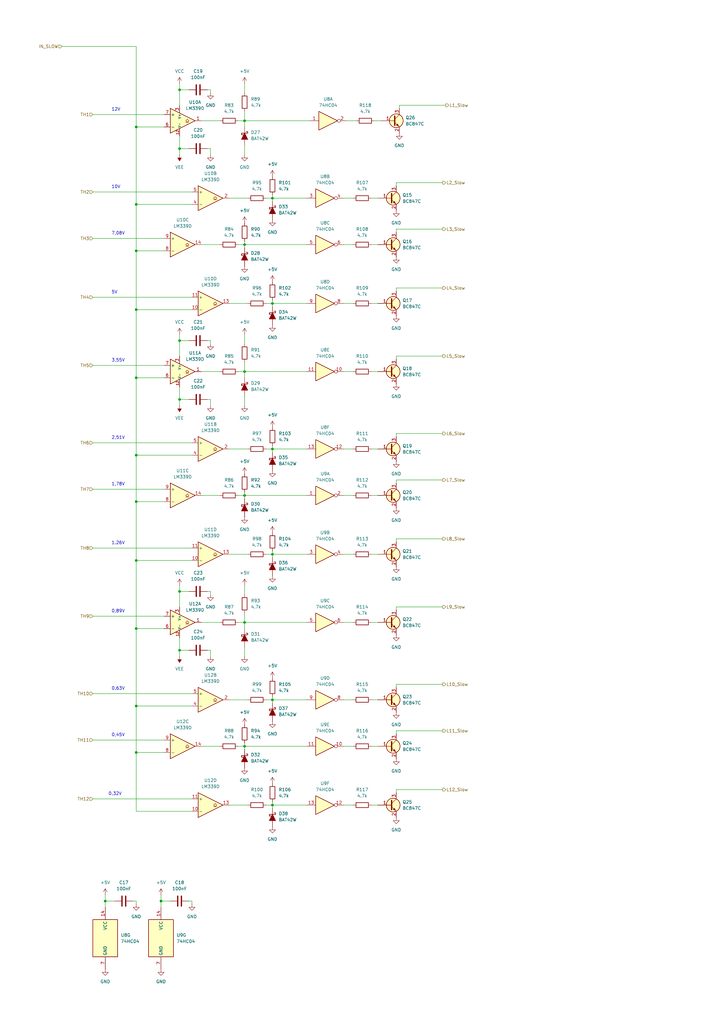
<source format=kicad_sch>
(kicad_sch (version 20211123) (generator eeschema)
  (paper "A3" portrait)
  (junction (at 55.88 186.69))
  (junction (at 73.66 163.83))
  (junction (at 73.66 36.83))
  (junction (at 100.33 306.07))
  (junction (at 55.88 257.81))
  (junction (at 73.66 242.57))
  (junction (at 55.88 154.94))
  (junction (at 55.88 52.07))
  (junction (at 73.66 60.96))
  (junction (at 111.76 287.02))
  (junction (at 100.33 203.2))
  (junction (at 100.33 100.33))
  (junction (at 100.33 255.27))
  (junction (at 73.66 266.7))
  (junction (at 111.76 81.28))
  (junction (at 66.04 369.57))
  (junction (at 43.18 369.57))
  (junction (at 111.76 184.15))
  (junction (at 55.88 308.61))
  (junction (at 55.88 102.87))
  (junction (at 111.76 227.33))
  (junction (at 55.88 289.56))
  (junction (at 55.88 127))
  (junction (at 111.76 124.46))
  (junction (at 55.88 229.87))
  (junction (at 100.33 49.53))
  (junction (at 100.33 152.4))
  (junction (at 55.88 205.74))
  (junction (at 111.76 330.2))
  (junction (at 73.66 139.7))
  (junction (at 55.88 83.82))
  (wire (pts (xy 77.47 242.57) (xy 73.66 242.57)))
  (wire (pts (xy 109.22 227.33) (xy 111.76 227.33)))
  (wire (pts (xy 38.1 78.74) (xy 78.74 78.74)))
  (wire (pts (xy 86.36 242.57) (xy 85.09 242.57)))
  (wire (pts (xy 152.4 81.28) (xy 154.94 81.28)))
  (wire (pts (xy 86.36 139.7) (xy 85.09 139.7)))
  (wire (pts (xy 111.76 124.46) (xy 125.73 124.46)))
  (wire (pts (xy 73.66 242.57) (xy 73.66 248.92)))
  (wire (pts (xy 73.66 240.03) (xy 73.66 242.57)))
  (wire (pts (xy 55.88 289.56) (xy 78.74 289.56)))
  (wire (pts (xy 38.1 121.92) (xy 78.74 121.92)))
  (wire (pts (xy 55.88 102.87) (xy 67.31 102.87)))
  (wire (pts (xy 55.88 83.82) (xy 78.74 83.82)))
  (wire (pts (xy 100.33 52.07) (xy 100.33 49.53)))
  (wire (pts (xy 162.56 299.72) (xy 162.56 300.99)))
  (wire (pts (xy 55.88 186.69) (xy 55.88 205.74)))
  (wire (pts (xy 140.97 184.15) (xy 144.78 184.15)))
  (wire (pts (xy 140.97 330.2) (xy 144.78 330.2)))
  (wire (pts (xy 162.56 248.92) (xy 181.61 248.92)))
  (wire (pts (xy 111.76 81.28) (xy 111.76 82.55)))
  (wire (pts (xy 55.88 127) (xy 78.74 127)))
  (wire (pts (xy 162.56 323.85) (xy 162.56 325.12)))
  (wire (pts (xy 55.88 83.82) (xy 55.88 102.87)))
  (wire (pts (xy 78.74 369.57) (xy 77.47 369.57)))
  (wire (pts (xy 55.88 52.07) (xy 55.88 19.05)))
  (wire (pts (xy 162.56 93.98) (xy 162.56 95.25)))
  (wire (pts (xy 111.76 287.02) (xy 125.73 287.02)))
  (wire (pts (xy 38.1 200.66) (xy 67.31 200.66)))
  (wire (pts (xy 100.33 255.27) (xy 97.79 255.27)))
  (wire (pts (xy 100.33 240.03) (xy 100.33 243.84)))
  (wire (pts (xy 38.1 181.61) (xy 78.74 181.61)))
  (wire (pts (xy 77.47 60.96) (xy 73.66 60.96)))
  (wire (pts (xy 100.33 265.43) (xy 100.33 269.24)))
  (wire (pts (xy 140.97 152.4) (xy 144.78 152.4)))
  (wire (pts (xy 100.33 257.81) (xy 100.33 255.27)))
  (wire (pts (xy 86.36 242.57) (xy 86.36 243.84)))
  (wire (pts (xy 152.4 255.27) (xy 154.94 255.27)))
  (wire (pts (xy 111.76 287.02) (xy 111.76 288.29)))
  (wire (pts (xy 140.97 287.02) (xy 144.78 287.02)))
  (wire (pts (xy 86.36 266.7) (xy 85.09 266.7)))
  (wire (pts (xy 66.04 367.03) (xy 66.04 369.57)))
  (wire (pts (xy 100.33 99.06) (xy 100.33 100.33)))
  (wire (pts (xy 109.22 81.28) (xy 111.76 81.28)))
  (wire (pts (xy 109.22 330.2) (xy 111.76 330.2)))
  (wire (pts (xy 100.33 152.4) (xy 97.79 152.4)))
  (wire (pts (xy 55.88 154.94) (xy 55.88 186.69)))
  (wire (pts (xy 82.55 203.2) (xy 90.17 203.2)))
  (wire (pts (xy 162.56 74.93) (xy 162.56 76.2)))
  (wire (pts (xy 86.36 163.83) (xy 85.09 163.83)))
  (wire (pts (xy 111.76 227.33) (xy 125.73 227.33)))
  (wire (pts (xy 100.33 137.16) (xy 100.33 140.97)))
  (wire (pts (xy 55.88 369.57) (xy 55.88 370.84)))
  (wire (pts (xy 97.79 203.2) (xy 100.33 203.2)))
  (wire (pts (xy 100.33 251.46) (xy 100.33 255.27)))
  (wire (pts (xy 140.97 81.28) (xy 144.78 81.28)))
  (wire (pts (xy 73.66 34.29) (xy 73.66 36.83)))
  (wire (pts (xy 97.79 306.07) (xy 100.33 306.07)))
  (wire (pts (xy 162.56 118.11) (xy 162.56 119.38)))
  (wire (pts (xy 38.1 149.86) (xy 67.31 149.86)))
  (wire (pts (xy 152.4 306.07) (xy 154.94 306.07)))
  (wire (pts (xy 38.1 224.79) (xy 78.74 224.79)))
  (wire (pts (xy 93.98 124.46) (xy 101.6 124.46)))
  (wire (pts (xy 152.4 330.2) (xy 154.94 330.2)))
  (wire (pts (xy 69.85 369.57) (xy 66.04 369.57)))
  (wire (pts (xy 77.47 139.7) (xy 73.66 139.7)))
  (wire (pts (xy 86.36 36.83) (xy 85.09 36.83)))
  (wire (pts (xy 152.4 100.33) (xy 154.94 100.33)))
  (wire (pts (xy 111.76 184.15) (xy 125.73 184.15)))
  (wire (pts (xy 100.33 148.59) (xy 100.33 152.4)))
  (wire (pts (xy 100.33 162.56) (xy 100.33 166.37)))
  (wire (pts (xy 78.74 369.57) (xy 78.74 370.84)))
  (wire (pts (xy 66.04 369.57) (xy 66.04 372.11)))
  (wire (pts (xy 162.56 299.72) (xy 181.61 299.72)))
  (wire (pts (xy 111.76 124.46) (xy 111.76 125.73)))
  (wire (pts (xy 140.97 255.27) (xy 144.78 255.27)))
  (wire (pts (xy 111.76 285.75) (xy 111.76 287.02)))
  (wire (pts (xy 111.76 330.2) (xy 111.76 331.47)))
  (wire (pts (xy 111.76 123.19) (xy 111.76 124.46)))
  (wire (pts (xy 55.88 257.81) (xy 55.88 289.56)))
  (wire (pts (xy 162.56 118.11) (xy 181.61 118.11)))
  (wire (pts (xy 100.33 152.4) (xy 125.73 152.4)))
  (wire (pts (xy 93.98 330.2) (xy 101.6 330.2)))
  (wire (pts (xy 55.88 257.81) (xy 67.31 257.81)))
  (wire (pts (xy 55.88 127) (xy 55.88 154.94)))
  (wire (pts (xy 163.83 43.18) (xy 182.88 43.18)))
  (wire (pts (xy 38.1 97.79) (xy 67.31 97.79)))
  (wire (pts (xy 38.1 46.99) (xy 67.31 46.99)))
  (wire (pts (xy 111.76 330.2) (xy 125.73 330.2)))
  (wire (pts (xy 162.56 280.67) (xy 162.56 281.94)))
  (wire (pts (xy 38.1 327.66) (xy 78.74 327.66)))
  (wire (pts (xy 55.88 186.69) (xy 78.74 186.69)))
  (wire (pts (xy 140.97 227.33) (xy 144.78 227.33)))
  (wire (pts (xy 86.36 269.24) (xy 86.36 266.7)))
  (wire (pts (xy 86.36 139.7) (xy 86.36 140.97)))
  (wire (pts (xy 142.24 49.53) (xy 146.05 49.53)))
  (wire (pts (xy 73.66 266.7) (xy 73.66 269.24)))
  (wire (pts (xy 152.4 124.46) (xy 154.94 124.46)))
  (wire (pts (xy 82.55 100.33) (xy 90.17 100.33)))
  (wire (pts (xy 73.66 60.96) (xy 73.66 55.88)))
  (wire (pts (xy 100.33 59.69) (xy 100.33 63.5)))
  (wire (pts (xy 55.88 369.57) (xy 54.61 369.57)))
  (wire (pts (xy 100.33 100.33) (xy 100.33 101.6)))
  (wire (pts (xy 100.33 45.72) (xy 100.33 49.53)))
  (wire (pts (xy 109.22 287.02) (xy 111.76 287.02)))
  (wire (pts (xy 86.36 63.5) (xy 86.36 60.96)))
  (wire (pts (xy 93.98 287.02) (xy 101.6 287.02)))
  (wire (pts (xy 111.76 226.06) (xy 111.76 227.33)))
  (wire (pts (xy 100.33 100.33) (xy 125.73 100.33)))
  (wire (pts (xy 162.56 248.92) (xy 162.56 250.19)))
  (wire (pts (xy 163.83 43.18) (xy 163.83 44.45)))
  (wire (pts (xy 100.33 203.2) (xy 125.73 203.2)))
  (wire (pts (xy 38.1 303.53) (xy 67.31 303.53)))
  (wire (pts (xy 100.33 306.07) (xy 125.73 306.07)))
  (wire (pts (xy 82.55 306.07) (xy 90.17 306.07)))
  (wire (pts (xy 77.47 36.83) (xy 73.66 36.83)))
  (wire (pts (xy 111.76 81.28) (xy 125.73 81.28)))
  (wire (pts (xy 162.56 177.8) (xy 181.61 177.8)))
  (wire (pts (xy 109.22 124.46) (xy 111.76 124.46)))
  (wire (pts (xy 67.31 52.07) (xy 55.88 52.07)))
  (wire (pts (xy 152.4 152.4) (xy 154.94 152.4)))
  (wire (pts (xy 43.18 369.57) (xy 43.18 372.11)))
  (wire (pts (xy 100.33 203.2) (xy 100.33 204.47)))
  (wire (pts (xy 111.76 184.15) (xy 111.76 185.42)))
  (wire (pts (xy 111.76 328.93) (xy 111.76 330.2)))
  (wire (pts (xy 140.97 306.07) (xy 144.78 306.07)))
  (wire (pts (xy 86.36 166.37) (xy 86.36 163.83)))
  (wire (pts (xy 73.66 60.96) (xy 73.66 63.5)))
  (wire (pts (xy 162.56 196.85) (xy 162.56 198.12)))
  (wire (pts (xy 100.33 304.8) (xy 100.33 306.07)))
  (wire (pts (xy 93.98 184.15) (xy 101.6 184.15)))
  (wire (pts (xy 55.88 205.74) (xy 55.88 229.87)))
  (wire (pts (xy 152.4 287.02) (xy 154.94 287.02)))
  (wire (pts (xy 38.1 284.48) (xy 78.74 284.48)))
  (wire (pts (xy 55.88 154.94) (xy 67.31 154.94)))
  (wire (pts (xy 82.55 49.53) (xy 90.17 49.53)))
  (wire (pts (xy 162.56 280.67) (xy 181.61 280.67)))
  (wire (pts (xy 153.67 49.53) (xy 156.21 49.53)))
  (wire (pts (xy 73.66 266.7) (xy 73.66 261.62)))
  (wire (pts (xy 162.56 93.98) (xy 181.61 93.98)))
  (wire (pts (xy 162.56 146.05) (xy 162.56 147.32)))
  (wire (pts (xy 55.88 52.07) (xy 55.88 83.82)))
  (wire (pts (xy 109.22 184.15) (xy 111.76 184.15)))
  (wire (pts (xy 93.98 81.28) (xy 101.6 81.28)))
  (wire (pts (xy 162.56 177.8) (xy 162.56 179.07)))
  (wire (pts (xy 140.97 203.2) (xy 144.78 203.2)))
  (wire (pts (xy 55.88 332.74) (xy 78.74 332.74)))
  (wire (pts (xy 162.56 220.98) (xy 162.56 222.25)))
  (wire (pts (xy 162.56 146.05) (xy 181.61 146.05)))
  (wire (pts (xy 73.66 137.16) (xy 73.66 139.7)))
  (wire (pts (xy 100.33 34.29) (xy 100.33 38.1)))
  (wire (pts (xy 73.66 36.83) (xy 73.66 43.18)))
  (wire (pts (xy 111.76 182.88) (xy 111.76 184.15)))
  (wire (pts (xy 152.4 203.2) (xy 154.94 203.2)))
  (wire (pts (xy 97.79 100.33) (xy 100.33 100.33)))
  (wire (pts (xy 55.88 308.61) (xy 67.31 308.61)))
  (wire (pts (xy 100.33 255.27) (xy 125.73 255.27)))
  (wire (pts (xy 55.88 289.56) (xy 55.88 308.61)))
  (wire (pts (xy 162.56 196.85) (xy 181.61 196.85)))
  (wire (pts (xy 100.33 201.93) (xy 100.33 203.2)))
  (wire (pts (xy 55.88 205.74) (xy 67.31 205.74)))
  (wire (pts (xy 93.98 227.33) (xy 101.6 227.33)))
  (wire (pts (xy 77.47 163.83) (xy 73.66 163.83)))
  (wire (pts (xy 152.4 227.33) (xy 154.94 227.33)))
  (wire (pts (xy 73.66 163.83) (xy 73.66 158.75)))
  (wire (pts (xy 25.4 19.05) (xy 55.88 19.05)))
  (wire (pts (xy 38.1 252.73) (xy 67.31 252.73)))
  (wire (pts (xy 152.4 184.15) (xy 154.94 184.15)))
  (wire (pts (xy 55.88 102.87) (xy 55.88 127)))
  (wire (pts (xy 82.55 255.27) (xy 90.17 255.27)))
  (wire (pts (xy 86.36 36.83) (xy 86.36 38.1)))
  (wire (pts (xy 86.36 60.96) (xy 85.09 60.96)))
  (wire (pts (xy 140.97 124.46) (xy 144.78 124.46)))
  (wire (pts (xy 82.55 152.4) (xy 90.17 152.4)))
  (wire (pts (xy 43.18 367.03) (xy 43.18 369.57)))
  (wire (pts (xy 55.88 229.87) (xy 78.74 229.87)))
  (wire (pts (xy 100.33 154.94) (xy 100.33 152.4)))
  (wire (pts (xy 111.76 227.33) (xy 111.76 228.6)))
  (wire (pts (xy 162.56 323.85) (xy 181.61 323.85)))
  (wire (pts (xy 55.88 308.61) (xy 55.88 332.74)))
  (wire (pts (xy 100.33 49.53) (xy 127 49.53)))
  (wire (pts (xy 73.66 163.83) (xy 73.66 166.37)))
  (wire (pts (xy 111.76 80.01) (xy 111.76 81.28)))
  (wire (pts (xy 100.33 306.07) (xy 100.33 307.34)))
  (wire (pts (xy 100.33 49.53) (xy 97.79 49.53)))
  (wire (pts (xy 140.97 100.33) (xy 144.78 100.33)))
  (wire (pts (xy 73.66 139.7) (xy 73.66 146.05)))
  (wire (pts (xy 46.99 369.57) (xy 43.18 369.57)))
  (wire (pts (xy 77.47 266.7) (xy 73.66 266.7)))
  (wire (pts (xy 162.56 220.98) (xy 181.61 220.98)))
  (wire (pts (xy 55.88 229.87) (xy 55.88 257.81)))
  (wire (pts (xy 162.56 74.93) (xy 181.61 74.93)))
  (text "5V" (at 45.72 120.65 0) (effects (font (size 1.27 1.27)) (justify left bottom)))
  (text "3,55V" (at 45.72 148.59 0) (effects (font (size 1.27 1.27)) (justify left bottom)))
  (text "0,45V" (at 45.72 302.26 0) (effects (font (size 1.27 1.27)) (justify left bottom)))
  (text "2,51V" (at 45.72 180.34 0) (effects (font (size 1.27 1.27)) (justify left bottom)))
  (text "7,08V" (at 45.72 96.52 0) (effects (font (size 1.27 1.27)) (justify left bottom)))
  (text "1.26V" (at 45.72 223.52 0) (effects (font (size 1.27 1.27)) (justify left bottom)))
  (text "1,78V" (at 45.72 199.39 0) (effects (font (size 1.27 1.27)) (justify left bottom)))
  (text "0,32V" (at 44.45 326.39 0) (effects (font (size 1.27 1.27)) (justify left bottom)))
  (text "0,63V" (at 45.72 283.21 0) (effects (font (size 1.27 1.27)) (justify left bottom)))
  (text "0,89V" (at 45.72 251.46 0) (effects (font (size 1.27 1.27)) (justify left bottom)))
  (text "12V" (at 45.72 45.72 0) (effects (font (size 1.27 1.27)) (justify left bottom)))
  (text "10V" (at 45.72 77.47 0) (effects (font (size 1.27 1.27)) (justify left bottom)))
  (hierarchical_label "TH9" (shape input) (at 38.1 252.73 180))
  (hierarchical_label "L6_Slow" (shape output) (at 181.61 177.8 0))
  (hierarchical_label "TH1" (shape input) (at 38.1 46.99 180))
  (hierarchical_label "L7_Slow" (shape output) (at 181.61 196.85 0))
  (hierarchical_label "TH12" (shape input) (at 38.1 327.66 180))
  (hierarchical_label "L10_Slow" (shape output) (at 181.61 280.67 0))
  (hierarchical_label "TH3" (shape input) (at 38.1 97.79 180))
  (hierarchical_label "TH5" (shape input) (at 38.1 149.86 180))
  (hierarchical_label "TH11" (shape input) (at 38.1 303.53 180))
  (hierarchical_label "TH7" (shape input) (at 38.1 200.66 180))
  (hierarchical_label "L8_Slow" (shape output) (at 181.61 220.98 0))
  (hierarchical_label "TH4" (shape input) (at 38.1 121.92 180))
  (hierarchical_label "TH10" (shape input) (at 38.1 284.48 180))
  (hierarchical_label "L12_Slow" (shape output) (at 181.61 323.85 0))
  (hierarchical_label "TH2" (shape input) (at 38.1 78.74 180))
  (hierarchical_label "IN_SLOW" (shape input) (at 25.4 19.05 180))
  (hierarchical_label "L5_Slow" (shape output) (at 181.61 146.05 0))
  (hierarchical_label "L9_Slow" (shape output) (at 181.61 248.92 0))
  (hierarchical_label "L11_Slow" (shape output) (at 181.61 299.72 0))
  (hierarchical_label "TH6" (shape input) (at 38.1 181.61 180))
  (hierarchical_label "L3_Slow" (shape output) (at 181.61 93.98 0))
  (hierarchical_label "L2_Slow" (shape output) (at 181.61 74.93 0))
  (hierarchical_label "L4_Slow" (shape output) (at 181.61 118.11 0))
  (hierarchical_label "TH8" (shape input) (at 38.1 224.79 180))
  (hierarchical_label "L1_Slow" (shape output) (at 182.88 43.18 0))
  (symbol (lib_id "power:+5V") (at 100.33 194.31 0) (unit 1)
    (property "Reference" "#PWR0118" (effects hide))
    (property "Value" "+5V" (at 100.33 189.23 0))
  )
  (symbol (lib_id "Device:R") (at 105.41 287.02 90) (unit 1)
    (property "Reference" "R99" (at 105.41 280.67 90))
    (property "Value" "4.7k" (at 105.41 283.21 90))
    (property "Footprint" "Resistor_SMD_AKL:R_0603_1608Metric" (effects hide))
  )
  (symbol (lib_id "power:+5V") (at 100.33 240.03 0) (unit 1)
    (property "Reference" "#PWR0120" (effects hide))
    (property "Value" "+5V" (at 100.33 234.95 0))
  )
  (symbol (lib_id "4ms_Power-symbol:GND") (at 78.74 370.84 0) (unit 1)
    (property "Reference" "#PWR0105" (effects hide))
    (property "Value" "GND" (at 78.74 375.92 0))
  )
  (symbol (lib_id "Device:R") (at 148.59 287.02 270) (unit 1)
    (property "Reference" "R115" (at 148.59 280.67 90))
    (property "Value" "4.7k" (at 148.59 283.21 90))
    (property "Footprint" "Resistor_SMD_AKL:R_0603_1608Metric" (effects hide))
  )
  (symbol (lib_id "Transistor_BJT_AKL:BC847C") (at 160.02 255.27 0) (unit 1)
    (property "Reference" "Q22" (at 165.1 253.9999 0) (effects (justify left)))
    (property "Value" "BC847C" (at 165.1 256.5399 0) (effects (justify left)))
    (property "Footprint" "Package_TO_SOT_SMD_AKL:SOT-23" (effects hide))
    (property "Datasheet" "https://assets.nexperia.com/documents/data-sheet/BC847_SER.pdf" (effects hide))
  )
  (symbol (lib_id "Device:C") (at 50.8 369.57 90) (unit 1)
    (property "Reference" "C17" (at 50.8 361.95 90))
    (property "Value" "100nF" (at 50.8 364.49 90))
    (property "Footprint" "Capacitor_SMD_AKL:C_0603_1608Metric" (effects hide))
  )
  (symbol (lib_id "4ms_Power-symbol:GND") (at 86.36 38.1 0) (unit 1)
    (property "Reference" "#PWR0106" (effects hide))
    (property "Value" "GND" (at 86.36 43.18 0))
  )
  (symbol (lib_id "power:+5V") (at 111.76 115.57 0) (unit 1)
    (property "Reference" "#PWR0126" (effects hide))
    (property "Value" "+5V" (at 111.76 110.49 0))
  )
  (symbol (lib_id "power:+5V") (at 111.76 218.44 0) (unit 1)
    (property "Reference" "#PWR0130" (effects hide))
    (property "Value" "+5V" (at 111.76 213.36 0))
  )
  (symbol (lib_id "4ms_Power-symbol:GND") (at 162.56 129.54 0) (unit 1)
    (property "Reference" "#PWR0138" (effects hide))
    (property "Value" "GND" (at 162.56 134.62 0))
  )
  (symbol (lib_id "Analog_Comparator_AKL:LM339D") (at 73.66 100.33 0) (unit 3)
    (property "Reference" "U10" (at 74.93 90.17 0))
    (property "Value" "LM339D" (at 74.93 92.71 0))
    (property "Footprint" "Package_SO_AKL:SOIC-14_3.9x8.7mm_P1.27mm" (effects hide))
    (property "Datasheet" "https://www.ti.com/lit/ds/symlink/lm339.pdf?ts=1641610666276&ref_url=https%253A%252F%252Fwww.google.com%252F" (effects hide))
  )
  (symbol (lib_id "power:+5V") (at 100.33 91.44 0) (unit 1)
    (property "Reference" "#PWR0114" (effects hide))
    (property "Value" "+5V" (at 100.33 86.36 0))
  )
  (symbol (lib_id "4ms_Power-symbol:GND") (at 111.76 295.91 0) (unit 1)
    (property "Reference" "#PWR0133" (effects hide))
    (property "Value" "GND" (at 111.76 300.99 0))
  )
  (symbol (lib_id "power:VCC") (at 73.66 34.29 0) (unit 1)
    (property "Reference" "#PWR099" (effects hide))
    (property "Value" "VCC" (at 73.66 29.21 0))
  )
  (symbol (lib_id "Device:C") (at 81.28 163.83 90) (unit 1)
    (property "Reference" "C22" (at 81.28 156.21 90))
    (property "Value" "100nF" (at 81.28 158.75 90))
    (property "Footprint" "Capacitor_SMD_AKL:C_0603_1608Metric" (effects hide))
  )
  (symbol (lib_id "Device:R") (at 93.98 203.2 90) (unit 1)
    (property "Reference" "R86" (at 93.98 196.85 90))
    (property "Value" "4.7k" (at 93.98 199.39 90))
    (property "Footprint" "Resistor_SMD_AKL:R_0603_1608Metric" (effects hide))
  )
  (symbol (lib_id "4ms_Power-symbol:GND") (at 86.36 140.97 0) (unit 1)
    (property "Reference" "#PWR0108" (effects hide))
    (property "Value" "GND" (at 86.36 146.05 0))
  )
  (symbol (lib_id "Device:R") (at 148.59 152.4 270) (unit 1)
    (property "Reference" "R110" (at 148.59 146.05 90))
    (property "Value" "4.7k" (at 148.59 148.59 90))
    (property "Footprint" "Resistor_SMD_AKL:R_0603_1608Metric" (effects hide))
  )
  (symbol (lib_id "power:VCC") (at 73.66 137.16 0) (unit 1)
    (property "Reference" "#PWR0101" (effects hide))
    (property "Value" "VCC" (at 73.66 132.08 0))
  )
  (symbol (lib_id "Device:C") (at 81.28 36.83 90) (unit 1)
    (property "Reference" "C19" (at 81.28 29.21 90))
    (property "Value" "100nF" (at 81.28 31.75 90))
    (property "Footprint" "Capacitor_SMD_AKL:C_0603_1608Metric" (effects hide))
  )
  (symbol (lib_id "Transistor_BJT_AKL:BC847C") (at 160.02 184.15 0) (unit 1)
    (property "Reference" "Q19" (at 165.1 182.8799 0) (effects (justify left)))
    (property "Value" "BC847C" (at 165.1 185.4199 0) (effects (justify left)))
    (property "Footprint" "Package_TO_SOT_SMD_AKL:SOT-23" (effects hide))
    (property "Datasheet" "https://assets.nexperia.com/documents/data-sheet/BC847_SER.pdf" (effects hide))
  )
  (symbol (lib_id "74xx:74HC04") (at 133.35 255.27 0) (unit 3)
    (property "Reference" "U9" (at 133.35 246.38 0))
    (property "Value" "74HC04" (at 133.35 248.92 0))
    (property "Footprint" "Package_SO_AKL:SOIC-14_3.9x8.7mm_P1.27mm" (effects hide))
    (property "Datasheet" "https://assets.nexperia.com/documents/data-sheet/74HC_HCT04.pdf" (effects hide))
  )
  (symbol (lib_id "Device:R") (at 148.59 227.33 270) (unit 1)
    (property "Reference" "R113" (at 148.59 220.98 90))
    (property "Value" "4.7k" (at 148.59 223.52 90))
    (property "Footprint" "Resistor_SMD_AKL:R_0603_1608Metric" (effects hide))
  )
  (symbol (lib_id "Analog_Comparator_AKL:LM339D") (at 73.66 306.07 0) (unit 3)
    (property "Reference" "U12" (at 74.93 295.91 0))
    (property "Value" "LM339D" (at 74.93 298.45 0))
    (property "Footprint" "Package_SO_AKL:SOIC-14_3.9x8.7mm_P1.27mm" (effects hide))
    (property "Datasheet" "https://www.ti.com/lit/ds/symlink/lm339.pdf?ts=1641610666276&ref_url=https%253A%252F%252Fwww.google.com%252F" (effects hide))
  )
  (symbol (lib_id "Diode_Schottky_AKL:BAT42W") (at 111.76 86.36 90) (unit 1)
    (property "Reference" "D33" (at 114.3 84.7724 90) (effects (justify right)))
    (property "Value" "BAT42W" (at 114.3 87.3124 90) (effects (justify right)))
    (property "Footprint" "Diode_SMD_AKL:D_SOD-123" (effects hide))
    (property "Datasheet" "https://www.tme.eu/Document/91406120671cf75e3696882adf3c3b09/BAT42W_43W.pdf" (effects hide))
  )
  (symbol (lib_id "74xx:74HC04") (at 133.35 306.07 0) (unit 5)
    (property "Reference" "U9" (at 133.35 297.18 0))
    (property "Value" "74HC04" (at 133.35 299.72 0))
    (property "Footprint" "Package_SO_AKL:SOIC-14_3.9x8.7mm_P1.27mm" (effects hide))
    (property "Datasheet" "https://assets.nexperia.com/documents/data-sheet/74HC_HCT04.pdf" (effects hide))
  )
  (symbol (lib_id "power:VEE") (at 73.66 269.24 180) (unit 1)
    (property "Reference" "#PWR0104" (effects hide))
    (property "Value" "VEE" (at 73.66 274.32 0))
  )
  (symbol (lib_id "Device:R") (at 100.33 95.25 180) (unit 1)
    (property "Reference" "R90" (at 102.87 93.9799 0) (effects (justify right)))
    (property "Value" "4.7k" (at 102.87 96.5199 0) (effects (justify right)))
    (property "Footprint" "Resistor_SMD_AKL:R_0603_1608Metric" (effects hide))
  )
  (symbol (lib_id "Device:R") (at 105.41 184.15 90) (unit 1)
    (property "Reference" "R97" (at 105.41 177.8 90))
    (property "Value" "4.7k" (at 105.41 180.34 90))
    (property "Footprint" "Resistor_SMD_AKL:R_0603_1608Metric" (effects hide))
  )
  (symbol (lib_id "Analog_Comparator_AKL:LM339D") (at 73.66 203.2 0) (unit 3)
    (property "Reference" "U11" (at 74.93 193.04 0))
    (property "Value" "LM339D" (at 74.93 195.58 0))
    (property "Footprint" "Package_SO_AKL:SOIC-14_3.9x8.7mm_P1.27mm" (effects hide))
    (property "Datasheet" "https://www.ti.com/lit/ds/symlink/lm339.pdf?ts=1641610666276&ref_url=https%253A%252F%252Fwww.google.com%252F" (effects hide))
  )
  (symbol (lib_id "4ms_Power-symbol:GND") (at 86.36 243.84 0) (unit 1)
    (property "Reference" "#PWR0110" (effects hide))
    (property "Value" "GND" (at 86.36 248.92 0))
  )
  (symbol (lib_id "power:+5V") (at 111.76 175.26 0) (unit 1)
    (property "Reference" "#PWR0128" (effects hide))
    (property "Value" "+5V" (at 111.76 170.18 0))
  )
  (symbol (lib_id "4ms_Power-symbol:GND") (at 86.36 63.5 0) (unit 1)
    (property "Reference" "#PWR0107" (effects hide))
    (property "Value" "GND" (at 86.36 68.58 0))
  )
  (symbol (lib_id "Transistor_BJT_AKL:BC847C") (at 160.02 100.33 0) (unit 1)
    (property "Reference" "Q16" (at 165.1 99.0599 0) (effects (justify left)))
    (property "Value" "BC847C" (at 165.1 101.5999 0) (effects (justify left)))
    (property "Footprint" "Package_TO_SOT_SMD_AKL:SOT-23" (effects hide))
    (property "Datasheet" "https://assets.nexperia.com/documents/data-sheet/BC847_SER.pdf" (effects hide))
  )
  (symbol (lib_id "power:+5V") (at 100.33 297.18 0) (unit 1)
    (property "Reference" "#PWR0122" (effects hide))
    (property "Value" "+5V" (at 100.33 292.1 0))
  )
  (symbol (lib_id "power:+5V") (at 111.76 321.31 0) (unit 1)
    (property "Reference" "#PWR0134" (effects hide))
    (property "Value" "+5V" (at 111.76 316.23 0))
  )
  (symbol (lib_id "74xx:74HC04") (at 133.35 184.15 0) (unit 6)
    (property "Reference" "U8" (at 133.35 175.26 0))
    (property "Value" "74HC04" (at 133.35 177.8 0))
    (property "Footprint" "Package_SO_AKL:SOIC-14_3.9x8.7mm_P1.27mm" (effects hide))
    (property "Datasheet" "https://assets.nexperia.com/documents/data-sheet/74HC_HCT04.pdf" (effects hide))
  )
  (symbol (lib_id "power:+5V") (at 66.04 367.03 0) (unit 1)
    (property "Reference" "#PWR097" (effects hide))
    (property "Value" "+5V" (at 66.04 361.95 0))
  )
  (symbol (lib_id "4ms_Power-symbol:GND") (at 100.33 269.24 0) (unit 1)
    (property "Reference" "#PWR0121" (effects hide))
    (property "Value" "GND" (at 100.33 274.32 0))
  )
  (symbol (lib_id "4ms_Power-symbol:GND") (at 163.83 54.61 0) (unit 1)
    (property "Reference" "#PWR0147" (effects hide))
    (property "Value" "GND" (at 163.83 59.69 0))
  )
  (symbol (lib_id "Diode_Schottky_AKL:BAT42W") (at 111.76 232.41 90) (unit 1)
    (property "Reference" "D36" (at 114.3 230.8224 90) (effects (justify right)))
    (property "Value" "BAT42W" (at 114.3 233.3624 90) (effects (justify right)))
    (property "Footprint" "Diode_SMD_AKL:D_SOD-123" (effects hide))
    (property "Datasheet" "https://www.tme.eu/Document/91406120671cf75e3696882adf3c3b09/BAT42W_43W.pdf" (effects hide))
  )
  (symbol (lib_id "74xx:74HC04") (at 133.35 227.33 0) (unit 2)
    (property "Reference" "U9" (at 133.35 218.44 0))
    (property "Value" "74HC04" (at 133.35 220.98 0))
    (property "Footprint" "Package_SO_AKL:SOIC-14_3.9x8.7mm_P1.27mm" (effects hide))
    (property "Datasheet" "https://assets.nexperia.com/documents/data-sheet/74HC_HCT04.pdf" (effects hide))
  )
  (symbol (lib_id "Device:R") (at 105.41 124.46 90) (unit 1)
    (property "Reference" "R96" (at 105.41 118.11 90))
    (property "Value" "4.7k" (at 105.41 120.65 90))
    (property "Footprint" "Resistor_SMD_AKL:R_0603_1608Metric" (effects hide))
  )
  (symbol (lib_id "Device:R") (at 148.59 184.15 270) (unit 1)
    (property "Reference" "R111" (at 148.59 177.8 90))
    (property "Value" "4.7k" (at 148.59 180.34 90))
    (property "Footprint" "Resistor_SMD_AKL:R_0603_1608Metric" (effects hide))
  )
  (symbol (lib_id "Analog_Comparator_AKL:LM339D") (at 85.09 124.46 0) (unit 4)
    (property "Reference" "U10" (at 86.36 114.3 0))
    (property "Value" "LM339D" (at 86.36 116.84 0))
    (property "Footprint" "Package_SO_AKL:SOIC-14_3.9x8.7mm_P1.27mm" (effects hide))
    (property "Datasheet" "https://www.ti.com/lit/ds/symlink/lm339.pdf?ts=1641610666276&ref_url=https%253A%252F%252Fwww.google.com%252F" (effects hide))
  )
  (symbol (lib_id "Analog_Comparator_AKL:LM339D") (at 85.09 184.15 0) (unit 2)
    (property "Reference" "U11" (at 86.36 173.99 0))
    (property "Value" "LM339D" (at 86.36 176.53 0))
    (property "Footprint" "Package_SO_AKL:SOIC-14_3.9x8.7mm_P1.27mm" (effects hide))
    (property "Datasheet" "https://www.ti.com/lit/ds/symlink/lm339.pdf?ts=1641610666276&ref_url=https%253A%252F%252Fwww.google.com%252F" (effects hide))
  )
  (symbol (lib_id "Device:R") (at 148.59 255.27 270) (unit 1)
    (property "Reference" "R114" (at 148.59 248.92 90))
    (property "Value" "4.7k" (at 148.59 251.46 90))
    (property "Footprint" "Resistor_SMD_AKL:R_0603_1608Metric" (effects hide))
  )
  (symbol (lib_id "4ms_Power-symbol:GND") (at 86.36 269.24 0) (unit 1)
    (property "Reference" "#PWR0111" (effects hide))
    (property "Value" "GND" (at 86.36 274.32 0))
  )
  (symbol (lib_id "4ms_Power-symbol:GND") (at 43.18 397.51 0) (unit 1)
    (property "Reference" "#PWR095" (effects hide))
    (property "Value" "GND" (at 43.18 402.59 0))
  )
  (symbol (lib_id "Device:R") (at 111.76 119.38 180) (unit 1)
    (property "Reference" "R102" (at 114.3 118.1099 0) (effects (justify right)))
    (property "Value" "4.7k" (at 114.3 120.6499 0) (effects (justify right)))
    (property "Footprint" "Resistor_SMD_AKL:R_0603_1608Metric" (effects hide))
  )
  (symbol (lib_id "Transistor_BJT_AKL:BC847C") (at 160.02 124.46 0) (unit 1)
    (property "Reference" "Q17" (at 165.1 123.1899 0) (effects (justify left)))
    (property "Value" "BC847C" (at 165.1 125.7299 0) (effects (justify left)))
    (property "Footprint" "Package_TO_SOT_SMD_AKL:SOT-23" (effects hide))
    (property "Datasheet" "https://assets.nexperia.com/documents/data-sheet/BC847_SER.pdf" (effects hide))
  )
  (symbol (lib_id "Device:R") (at 111.76 281.94 180) (unit 1)
    (property "Reference" "R105" (at 114.3 280.6699 0) (effects (justify right)))
    (property "Value" "4.7k" (at 114.3 283.2099 0) (effects (justify right)))
    (property "Footprint" "Resistor_SMD_AKL:R_0603_1608Metric" (effects hide))
  )
  (symbol (lib_id "Device:R") (at 149.86 49.53 270) (unit 1)
    (property "Reference" "R118" (at 149.86 43.18 90))
    (property "Value" "4.7k" (at 149.86 45.72 90))
    (property "Footprint" "Resistor_SMD_AKL:R_0603_1608Metric" (effects hide))
  )
  (symbol (lib_id "Device:R") (at 93.98 152.4 90) (unit 1)
    (property "Reference" "R85" (at 93.98 146.05 90))
    (property "Value" "4.7k" (at 93.98 148.59 90))
    (property "Footprint" "Resistor_SMD_AKL:R_0603_1608Metric" (effects hide))
  )
  (symbol (lib_id "Transistor_BJT_AKL:BC847C") (at 160.02 152.4 0) (unit 1)
    (property "Reference" "Q18" (at 165.1 151.1299 0) (effects (justify left)))
    (property "Value" "BC847C" (at 165.1 153.6699 0) (effects (justify left)))
    (property "Footprint" "Package_TO_SOT_SMD_AKL:SOT-23" (effects hide))
    (property "Datasheet" "https://assets.nexperia.com/documents/data-sheet/BC847_SER.pdf" (effects hide))
  )
  (symbol (lib_id "Device:R") (at 93.98 255.27 90) (unit 1)
    (property "Reference" "R87" (at 93.98 248.92 90))
    (property "Value" "4.7k" (at 93.98 251.46 90))
    (property "Footprint" "Resistor_SMD_AKL:R_0603_1608Metric" (effects hide))
  )
  (symbol (lib_id "Diode_Schottky_AKL:BAT42W") (at 111.76 129.54 90) (unit 1)
    (property "Reference" "D34" (at 114.3 127.9524 90) (effects (justify right)))
    (property "Value" "BAT42W" (at 114.3 130.4924 90) (effects (justify right)))
    (property "Footprint" "Diode_SMD_AKL:D_SOD-123" (effects hide))
    (property "Datasheet" "https://www.tme.eu/Document/91406120671cf75e3696882adf3c3b09/BAT42W_43W.pdf" (effects hide))
  )
  (symbol (lib_id "Device:R") (at 100.33 144.78 180) (unit 1)
    (property "Reference" "R91" (at 102.87 143.5099 0) (effects (justify right)))
    (property "Value" "4.7k" (at 102.87 146.0499 0) (effects (justify right)))
    (property "Footprint" "Resistor_SMD_AKL:R_0603_1608Metric" (effects hide))
  )
  (symbol (lib_id "Device:R") (at 105.41 227.33 90) (unit 1)
    (property "Reference" "R98" (at 105.41 220.98 90))
    (property "Value" "4.7k" (at 105.41 223.52 90))
    (property "Footprint" "Resistor_SMD_AKL:R_0603_1608Metric" (effects hide))
  )
  (symbol (lib_id "4ms_Power-symbol:GND") (at 55.88 370.84 0) (unit 1)
    (property "Reference" "#PWR096" (effects hide))
    (property "Value" "GND" (at 55.88 375.92 0))
  )
  (symbol (lib_id "power:+5V") (at 43.18 367.03 0) (unit 1)
    (property "Reference" "#PWR094" (effects hide))
    (property "Value" "+5V" (at 43.18 361.95 0))
  )
  (symbol (lib_id "Analog_Comparator_AKL:LM339D") (at 85.09 227.33 0) (unit 4)
    (property "Reference" "U11" (at 86.36 217.17 0))
    (property "Value" "LM339D" (at 86.36 219.71 0))
    (property "Footprint" "Package_SO_AKL:SOIC-14_3.9x8.7mm_P1.27mm" (effects hide))
    (property "Datasheet" "https://www.ti.com/lit/ds/symlink/lm339.pdf?ts=1641610666276&ref_url=https%253A%252F%252Fwww.google.com%252F" (effects hide))
  )
  (symbol (lib_id "Device:R") (at 111.76 325.12 180) (unit 1)
    (property "Reference" "R106" (at 114.3 323.8499 0) (effects (justify right)))
    (property "Value" "4.7k" (at 114.3 326.3899 0) (effects (justify right)))
    (property "Footprint" "Resistor_SMD_AKL:R_0603_1608Metric" (effects hide))
  )
  (symbol (lib_id "Diode_Schottky_AKL:BAT42W") (at 100.33 311.15 90) (unit 1)
    (property "Reference" "D32" (at 102.87 309.5624 90) (effects (justify right)))
    (property "Value" "BAT42W" (at 102.87 312.1024 90) (effects (justify right)))
    (property "Footprint" "Diode_SMD_AKL:D_SOD-123" (effects hide))
    (property "Datasheet" "https://www.tme.eu/Document/91406120671cf75e3696882adf3c3b09/BAT42W_43W.pdf" (effects hide))
  )
  (symbol (lib_id "4ms_Power-symbol:GND") (at 162.56 335.28 0) (unit 1)
    (property "Reference" "#PWR0146" (effects hide))
    (property "Value" "GND" (at 162.56 340.36 0))
  )
  (symbol (lib_id "Device:C") (at 81.28 266.7 90) (unit 1)
    (property "Reference" "C24" (at 81.28 259.08 90))
    (property "Value" "100nF" (at 81.28 261.62 90))
    (property "Footprint" "Capacitor_SMD_AKL:C_0603_1608Metric" (effects hide))
  )
  (symbol (lib_id "Diode_Schottky_AKL:BAT42W") (at 100.33 105.41 90) (unit 1)
    (property "Reference" "D28" (at 102.87 103.8224 90) (effects (justify right)))
    (property "Value" "BAT42W" (at 102.87 106.3624 90) (effects (justify right)))
    (property "Footprint" "Diode_SMD_AKL:D_SOD-123" (effects hide))
    (property "Datasheet" "https://www.tme.eu/Document/91406120671cf75e3696882adf3c3b09/BAT42W_43W.pdf" (effects hide))
  )
  (symbol (lib_id "Diode_Schottky_AKL:BAT42W") (at 111.76 292.1 90) (unit 1)
    (property "Reference" "D37" (at 114.3 290.5124 90) (effects (justify right)))
    (property "Value" "BAT42W" (at 114.3 293.0524 90) (effects (justify right)))
    (property "Footprint" "Diode_SMD_AKL:D_SOD-123" (effects hide))
    (property "Datasheet" "https://www.tme.eu/Document/91406120671cf75e3696882adf3c3b09/BAT42W_43W.pdf" (effects hide))
  )
  (symbol (lib_id "74xx:74HC04") (at 66.04 384.81 0) (unit 7)
    (property "Reference" "U9" (at 72.39 383.5399 0) (effects (justify left)))
    (property "Value" "74HC04" (at 72.39 386.0799 0) (effects (justify left)))
    (property "Footprint" "Package_SO_AKL:SOIC-14_3.9x8.7mm_P1.27mm" (effects hide))
    (property "Datasheet" "https://assets.nexperia.com/documents/data-sheet/74HC_HCT04.pdf" (effects hide))
  )
  (symbol (lib_id "74xx:74HC04") (at 133.35 81.28 0) (unit 2)
    (property "Reference" "U8" (at 133.35 72.39 0))
    (property "Value" "74HC04" (at 133.35 74.93 0))
    (property "Footprint" "Package_SO_AKL:SOIC-14_3.9x8.7mm_P1.27mm" (effects hide))
    (property "Datasheet" "https://assets.nexperia.com/documents/data-sheet/74HC_HCT04.pdf" (effects hide))
  )
  (symbol (lib_id "4ms_Power-symbol:GND") (at 162.56 260.35 0) (unit 1)
    (property "Reference" "#PWR0143" (effects hide))
    (property "Value" "GND" (at 162.56 265.43 0))
  )
  (symbol (lib_id "Device:R") (at 148.59 330.2 270) (unit 1)
    (property "Reference" "R117" (at 148.59 323.85 90))
    (property "Value" "4.7k" (at 148.59 326.39 90))
    (property "Footprint" "Resistor_SMD_AKL:R_0603_1608Metric" (effects hide))
  )
  (symbol (lib_id "4ms_Power-symbol:GND") (at 162.56 189.23 0) (unit 1)
    (property "Reference" "#PWR0140" (effects hide))
    (property "Value" "GND" (at 162.56 194.31 0))
  )
  (symbol (lib_id "4ms_Power-symbol:GND") (at 162.56 232.41 0) (unit 1)
    (property "Reference" "#PWR0142" (effects hide))
    (property "Value" "GND" (at 162.56 237.49 0))
  )
  (symbol (lib_id "4ms_Power-symbol:GND") (at 100.33 314.96 0) (unit 1)
    (property "Reference" "#PWR0123" (effects hide))
    (property "Value" "GND" (at 100.33 320.04 0))
  )
  (symbol (lib_id "Device:R") (at 148.59 306.07 270) (unit 1)
    (property "Reference" "R116" (at 148.59 299.72 90))
    (property "Value" "4.7k" (at 148.59 302.26 90))
    (property "Footprint" "Resistor_SMD_AKL:R_0603_1608Metric" (effects hide))
  )
  (symbol (lib_id "Device:C") (at 73.66 369.57 90) (unit 1)
    (property "Reference" "C18" (at 73.66 361.95 90))
    (property "Value" "100nF" (at 73.66 364.49 90))
    (property "Footprint" "Capacitor_SMD_AKL:C_0603_1608Metric" (effects hide))
  )
  (symbol (lib_id "Device:R") (at 100.33 198.12 180) (unit 1)
    (property "Reference" "R92" (at 102.87 196.8499 0) (effects (justify right)))
    (property "Value" "4.7k" (at 102.87 199.3899 0) (effects (justify right)))
    (property "Footprint" "Resistor_SMD_AKL:R_0603_1608Metric" (effects hide))
  )
  (symbol (lib_id "4ms_Power-symbol:GND") (at 100.33 63.5 0) (unit 1)
    (property "Reference" "#PWR0113" (effects hide))
    (property "Value" "GND" (at 100.33 68.58 0))
  )
  (symbol (lib_id "4ms_Power-symbol:GND") (at 100.33 166.37 0) (unit 1)
    (property "Reference" "#PWR0117" (effects hide))
    (property "Value" "GND" (at 100.33 171.45 0))
  )
  (symbol (lib_id "Device:R") (at 148.59 203.2 270) (unit 1)
    (property "Reference" "R112" (at 148.59 196.85 90))
    (property "Value" "4.7k" (at 148.59 199.39 90))
    (property "Footprint" "Resistor_SMD_AKL:R_0603_1608Metric" (effects hide))
  )
  (symbol (lib_id "Analog_Comparator_AKL:LM339D") (at 85.09 81.28 0) (unit 2)
    (property "Reference" "U10" (at 86.36 71.12 0))
    (property "Value" "LM339D" (at 86.36 73.66 0))
    (property "Footprint" "Package_SO_AKL:SOIC-14_3.9x8.7mm_P1.27mm" (effects hide))
    (property "Datasheet" "https://www.ti.com/lit/ds/symlink/lm339.pdf?ts=1641610666276&ref_url=https%253A%252F%252Fwww.google.com%252F" (effects hide))
  )
  (symbol (lib_id "power:+5V") (at 111.76 72.39 0) (unit 1)
    (property "Reference" "#PWR0124" (effects hide))
    (property "Value" "+5V" (at 111.76 67.31 0))
  )
  (symbol (lib_id "Diode_Schottky_AKL:BAT42W") (at 111.76 189.23 90) (unit 1)
    (property "Reference" "D35" (at 114.3 187.6424 90) (effects (justify right)))
    (property "Value" "BAT42W" (at 114.3 190.1824 90) (effects (justify right)))
    (property "Footprint" "Diode_SMD_AKL:D_SOD-123" (effects hide))
    (property "Datasheet" "https://www.tme.eu/Document/91406120671cf75e3696882adf3c3b09/BAT42W_43W.pdf" (effects hide))
  )
  (symbol (lib_id "Analog_Comparator_AKL:LM339D") (at 85.09 287.02 0) (unit 2)
    (property "Reference" "U12" (at 86.36 276.86 0))
    (property "Value" "LM339D" (at 86.36 279.4 0))
    (property "Footprint" "Package_SO_AKL:SOIC-14_3.9x8.7mm_P1.27mm" (effects hide))
    (property "Datasheet" "https://www.ti.com/lit/ds/symlink/lm339.pdf?ts=1641610666276&ref_url=https%253A%252F%252Fwww.google.com%252F" (effects hide))
  )
  (symbol (lib_id "Device:R") (at 105.41 330.2 90) (unit 1)
    (property "Reference" "R100" (at 105.41 323.85 90))
    (property "Value" "4.7k" (at 105.41 326.39 90))
    (property "Footprint" "Resistor_SMD_AKL:R_0603_1608Metric" (effects hide))
  )
  (symbol (lib_id "Device:R") (at 111.76 179.07 180) (unit 1)
    (property "Reference" "R103" (at 114.3 177.7999 0) (effects (justify right)))
    (property "Value" "4.7k" (at 114.3 180.3399 0) (effects (justify right)))
    (property "Footprint" "Resistor_SMD_AKL:R_0603_1608Metric" (effects hide))
  )
  (symbol (lib_id "Analog_Comparator_AKL:LM339D") (at 85.09 330.2 0) (unit 4)
    (property "Reference" "U12" (at 86.36 320.04 0))
    (property "Value" "LM339D" (at 86.36 322.58 0))
    (property "Footprint" "Package_SO_AKL:SOIC-14_3.9x8.7mm_P1.27mm" (effects hide))
    (property "Datasheet" "https://www.ti.com/lit/ds/symlink/lm339.pdf?ts=1641610666276&ref_url=https%253A%252F%252Fwww.google.com%252F" (effects hide))
  )
  (symbol (lib_id "74xx:74HC04") (at 133.35 203.2 0) (unit 1)
    (property "Reference" "U9" (at 133.35 194.31 0))
    (property "Value" "74HC04" (at 133.35 196.85 0))
    (property "Footprint" "Package_SO_AKL:SOIC-14_3.9x8.7mm_P1.27mm" (effects hide))
    (property "Datasheet" "https://assets.nexperia.com/documents/data-sheet/74HC_HCT04.pdf" (effects hide))
  )
  (symbol (lib_id "4ms_Power-symbol:GND") (at 111.76 133.35 0) (unit 1)
    (property "Reference" "#PWR0127" (effects hide))
    (property "Value" "GND" (at 111.76 138.43 0))
  )
  (symbol (lib_id "74xx:74HC04") (at 133.35 124.46 0) (unit 4)
    (property "Reference" "U8" (at 133.35 115.57 0))
    (property "Value" "74HC04" (at 133.35 118.11 0))
    (property "Footprint" "Package_SO_AKL:SOIC-14_3.9x8.7mm_P1.27mm" (effects hide))
    (property "Datasheet" "https://assets.nexperia.com/documents/data-sheet/74HC_HCT04.pdf" (effects hide))
  )
  (symbol (lib_id "Diode_Schottky_AKL:BAT42W") (at 100.33 158.75 90) (unit 1)
    (property "Reference" "D29" (at 102.87 157.1624 90) (effects (justify right)))
    (property "Value" "BAT42W" (at 102.87 159.7024 90) (effects (justify right)))
    (property "Footprint" "Diode_SMD_AKL:D_SOD-123" (effects hide))
    (property "Datasheet" "https://www.tme.eu/Document/91406120671cf75e3696882adf3c3b09/BAT42W_43W.pdf" (effects hide))
  )
  (symbol (lib_id "Device:C") (at 81.28 242.57 90) (unit 1)
    (property "Reference" "C23" (at 81.28 234.95 90))
    (property "Value" "100nF" (at 81.28 237.49 90))
    (property "Footprint" "Capacitor_SMD_AKL:C_0603_1608Metric" (effects hide))
  )
  (symbol (lib_id "Device:R") (at 100.33 300.99 180) (unit 1)
    (property "Reference" "R94" (at 102.87 299.7199 0) (effects (justify right)))
    (property "Value" "4.7k" (at 102.87 302.2599 0) (effects (justify right)))
    (property "Footprint" "Resistor_SMD_AKL:R_0603_1608Metric" (effects hide))
  )
  (symbol (lib_id "power:VEE") (at 73.66 63.5 180) (unit 1)
    (property "Reference" "#PWR0100" (effects hide))
    (property "Value" "VEE" (at 73.66 68.58 0))
  )
  (symbol (lib_id "Transistor_BJT_AKL:BC847C") (at 160.02 227.33 0) (unit 1)
    (property "Reference" "Q21" (at 165.1 226.0599 0) (effects (justify left)))
    (property "Value" "BC847C" (at 165.1 228.5999 0) (effects (justify left)))
    (property "Footprint" "Package_TO_SOT_SMD_AKL:SOT-23" (effects hide))
    (property "Datasheet" "https://assets.nexperia.com/documents/data-sheet/BC847_SER.pdf" (effects hide))
  )
  (symbol (lib_id "4ms_Power-symbol:GND") (at 111.76 339.09 0) (unit 1)
    (property "Reference" "#PWR0135" (effects hide))
    (property "Value" "GND" (at 111.76 344.17 0))
  )
  (symbol (lib_id "Analog_Comparator_AKL:LM339D") (at 73.66 255.27 0) (unit 1)
    (property "Reference" "U12" (at 80.01 247.65 0))
    (property "Value" "LM339D" (at 80.01 250.19 0))
    (property "Footprint" "Package_SO_AKL:SOIC-14_3.9x8.7mm_P1.27mm" (effects hide))
    (property "Datasheet" "https://www.ti.com/lit/ds/symlink/lm339.pdf?ts=1641610666276&ref_url=https%253A%252F%252Fwww.google.com%252F" (effects hide))
  )
  (symbol (lib_id "4ms_Power-symbol:GND") (at 162.56 208.28 0) (unit 1)
    (property "Reference" "#PWR0141" (effects hide))
    (property "Value" "GND" (at 162.56 213.36 0))
  )
  (symbol (lib_id "Device:R") (at 100.33 247.65 180) (unit 1)
    (property "Reference" "R93" (at 102.87 246.3799 0) (effects (justify right)))
    (property "Value" "4.7k" (at 102.87 248.9199 0) (effects (justify right)))
    (property "Footprint" "Resistor_SMD_AKL:R_0603_1608Metric" (effects hide))
  )
  (symbol (lib_id "Device:C") (at 81.28 139.7 90) (unit 1)
    (property "Reference" "C21" (at 81.28 132.08 90))
    (property "Value" "100nF" (at 81.28 134.62 90))
    (property "Footprint" "Capacitor_SMD_AKL:C_0603_1608Metric" (effects hide))
  )
  (symbol (lib_id "4ms_Power-symbol:GND") (at 162.56 292.1 0) (unit 1)
    (property "Reference" "#PWR0144" (effects hide))
    (property "Value" "GND" (at 162.56 297.18 0))
  )
  (symbol (lib_id "Diode_Schottky_AKL:BAT42W") (at 100.33 55.88 90) (unit 1)
    (property "Reference" "D27" (at 102.87 54.2924 90) (effects (justify right)))
    (property "Value" "BAT42W" (at 102.87 56.8324 90) (effects (justify right)))
    (property "Footprint" "Diode_SMD_AKL:D_SOD-123" (effects hide))
    (property "Datasheet" "https://www.tme.eu/Document/91406120671cf75e3696882adf3c3b09/BAT42W_43W.pdf" (effects hide))
  )
  (symbol (lib_id "Device:R") (at 148.59 100.33 270) (unit 1)
    (property "Reference" "R108" (at 148.59 93.98 90))
    (property "Value" "4.7k" (at 148.59 96.52 90))
    (property "Footprint" "Resistor_SMD_AKL:R_0603_1608Metric" (effects hide))
  )
  (symbol (lib_id "Device:R") (at 111.76 222.25 180) (unit 1)
    (property "Reference" "R104" (at 114.3 220.9799 0) (effects (justify right)))
    (property "Value" "4.7k" (at 114.3 223.5199 0) (effects (justify right)))
    (property "Footprint" "Resistor_SMD_AKL:R_0603_1608Metric" (effects hide))
  )
  (symbol (lib_id "power:+5V") (at 100.33 34.29 0) (unit 1)
    (property "Reference" "#PWR0112" (effects hide))
    (property "Value" "+5V" (at 100.33 29.21 0))
  )
  (symbol (lib_id "power:+5V") (at 111.76 278.13 0) (unit 1)
    (property "Reference" "#PWR0132" (effects hide))
    (property "Value" "+5V" (at 111.76 273.05 0))
  )
  (symbol (lib_id "Device:C") (at 81.28 60.96 90) (unit 1)
    (property "Reference" "C20" (at 81.28 53.34 90))
    (property "Value" "100nF" (at 81.28 55.88 90))
    (property "Footprint" "Capacitor_SMD_AKL:C_0603_1608Metric" (effects hide))
  )
  (symbol (lib_id "4ms_Power-symbol:GND") (at 162.56 311.15 0) (unit 1)
    (property "Reference" "#PWR0145" (effects hide))
    (property "Value" "GND" (at 162.56 316.23 0))
  )
  (symbol (lib_id "74xx:74HC04") (at 134.62 49.53 0) (unit 1)
    (property "Reference" "U8" (at 134.62 40.64 0))
    (property "Value" "74HC04" (at 134.62 43.18 0))
    (property "Footprint" "Package_SO_AKL:SOIC-14_3.9x8.7mm_P1.27mm" (effects hide))
    (property "Datasheet" "https://assets.nexperia.com/documents/data-sheet/74HC_HCT04.pdf" (effects hide))
  )
  (symbol (lib_id "Transistor_BJT_AKL:BC847C") (at 160.02 81.28 0) (unit 1)
    (property "Reference" "Q15" (at 165.1 80.0099 0) (effects (justify left)))
    (property "Value" "BC847C" (at 165.1 82.5499 0) (effects (justify left)))
    (property "Footprint" "Package_TO_SOT_SMD_AKL:SOT-23" (effects hide))
    (property "Datasheet" "https://assets.nexperia.com/documents/data-sheet/BC847_SER.pdf" (effects hide))
  )
  (symbol (lib_id "74xx:74HC04") (at 43.18 384.81 0) (unit 7)
    (property "Reference" "U8" (at 49.53 383.5399 0) (effects (justify left)))
    (property "Value" "74HC04" (at 49.53 386.0799 0) (effects (justify left)))
    (property "Footprint" "Package_SO_AKL:SOIC-14_3.9x8.7mm_P1.27mm" (effects hide))
    (property "Datasheet" "https://assets.nexperia.com/documents/data-sheet/74HC_HCT04.pdf" (effects hide))
  )
  (symbol (lib_id "Device:R") (at 105.41 81.28 90) (unit 1)
    (property "Reference" "R95" (at 105.41 74.93 90))
    (property "Value" "4.7k" (at 105.41 77.47 90))
    (property "Footprint" "Resistor_SMD_AKL:R_0603_1608Metric" (effects hide))
  )
  (symbol (lib_id "4ms_Power-symbol:GND") (at 162.56 157.48 0) (unit 1)
    (property "Reference" "#PWR0139" (effects hide))
    (property "Value" "GND" (at 162.56 162.56 0))
  )
  (symbol (lib_id "Device:R") (at 100.33 41.91 180) (unit 1)
    (property "Reference" "R89" (at 102.87 40.6399 0) (effects (justify right)))
    (property "Value" "4.7k" (at 102.87 43.1799 0) (effects (justify right)))
    (property "Footprint" "Resistor_SMD_AKL:R_0603_1608Metric" (effects hide))
  )
  (symbol (lib_id "power:VCC") (at 73.66 240.03 0) (unit 1)
    (property "Reference" "#PWR0103" (effects hide))
    (property "Value" "VCC" (at 73.66 234.95 0))
  )
  (symbol (lib_id "Analog_Comparator_AKL:LM339D") (at 73.66 152.4 0) (unit 1)
    (property "Reference" "U11" (at 80.01 144.78 0))
    (property "Value" "LM339D" (at 80.01 147.32 0))
    (property "Footprint" "Package_SO_AKL:SOIC-14_3.9x8.7mm_P1.27mm" (effects hide))
    (property "Datasheet" "https://www.ti.com/lit/ds/symlink/lm339.pdf?ts=1641610666276&ref_url=https%253A%252F%252Fwww.google.com%252F" (effects hide))
  )
  (symbol (lib_id "Device:R") (at 93.98 49.53 90) (unit 1)
    (property "Reference" "R83" (at 93.98 43.18 90))
    (property "Value" "4.7k" (at 93.98 45.72 90))
    (property "Footprint" "Resistor_SMD_AKL:R_0603_1608Metric" (effects hide))
  )
  (symbol (lib_id "Transistor_BJT_AKL:BC847C") (at 160.02 287.02 0) (unit 1)
    (property "Reference" "Q23" (at 165.1 285.7499 0) (effects (justify left)))
    (property "Value" "BC847C" (at 165.1 288.2899 0) (effects (justify left)))
    (property "Footprint" "Package_TO_SOT_SMD_AKL:SOT-23" (effects hide))
    (property "Datasheet" "https://assets.nexperia.com/documents/data-sheet/BC847_SER.pdf" (effects hide))
  )
  (symbol (lib_id "4ms_Power-symbol:GND") (at 100.33 109.22 0) (unit 1)
    (property "Reference" "#PWR0115" (effects hide))
    (property "Value" "GND" (at 100.33 114.3 0))
  )
  (symbol (lib_id "power:VEE") (at 73.66 166.37 180) (unit 1)
    (property "Reference" "#PWR0102" (effects hide))
    (property "Value" "VEE" (at 73.66 171.45 0))
  )
  (symbol (lib_id "4ms_Power-symbol:GND") (at 162.56 105.41 0) (unit 1)
    (property "Reference" "#PWR0137" (effects hide))
    (property "Value" "GND" (at 162.56 110.49 0))
  )
  (symbol (lib_id "4ms_Power-symbol:GND") (at 86.36 166.37 0) (unit 1)
    (property "Reference" "#PWR0109" (effects hide))
    (property "Value" "GND" (at 86.36 171.45 0))
  )
  (symbol (lib_id "4ms_Power-symbol:GND") (at 66.04 397.51 0) (unit 1)
    (property "Reference" "#PWR098" (effects hide))
    (property "Value" "GND" (at 66.04 402.59 0))
  )
  (symbol (lib_id "Device:R") (at 111.76 76.2 180) (unit 1)
    (property "Reference" "R101" (at 114.3 74.9299 0) (effects (justify right)))
    (property "Value" "4.7k" (at 114.3 77.4699 0) (effects (justify right)))
    (property "Footprint" "Resistor_SMD_AKL:R_0603_1608Metric" (effects hide))
  )
  (symbol (lib_id "Diode_Schottky_AKL:BAT42W") (at 111.76 335.28 90) (unit 1)
    (property "Reference" "D38" (at 114.3 333.6924 90) (effects (justify right)))
    (property "Value" "BAT42W" (at 114.3 336.2324 90) (effects (justify right)))
    (property "Footprint" "Diode_SMD_AKL:D_SOD-123" (effects hide))
    (property "Datasheet" "https://www.tme.eu/Document/91406120671cf75e3696882adf3c3b09/BAT42W_43W.pdf" (effects hide))
  )
  (symbol (lib_id "power:+5V") (at 100.33 137.16 0) (unit 1)
    (property "Reference" "#PWR0116" (effects hide))
    (property "Value" "+5V" (at 100.33 132.08 0))
  )
  (symbol (lib_id "Transistor_BJT_AKL:BC847C") (at 160.02 203.2 0) (unit 1)
    (property "Reference" "Q20" (at 165.1 201.9299 0) (effects (justify left)))
    (property "Value" "BC847C" (at 165.1 204.4699 0) (effects (justify left)))
    (property "Footprint" "Package_TO_SOT_SMD_AKL:SOT-23" (effects hide))
    (property "Datasheet" "https://assets.nexperia.com/documents/data-sheet/BC847_SER.pdf" (effects hide))
  )
  (symbol (lib_id "Device:R") (at 148.59 124.46 270) (unit 1)
    (property "Reference" "R109" (at 148.59 118.11 90))
    (property "Value" "4.7k" (at 148.59 120.65 90))
    (property "Footprint" "Resistor_SMD_AKL:R_0603_1608Metric" (effects hide))
  )
  (symbol (lib_id "Analog_Comparator_AKL:LM339D") (at 73.66 49.53 0) (unit 1)
    (property "Reference" "U10" (at 80.01 41.91 0))
    (property "Value" "LM339D" (at 80.01 44.45 0))
    (property "Footprint" "Package_SO_AKL:SOIC-14_3.9x8.7mm_P1.27mm" (effects hide))
    (property "Datasheet" "https://www.ti.com/lit/ds/symlink/lm339.pdf?ts=1641610666276&ref_url=https%253A%252F%252Fwww.google.com%252F" (effects hide))
  )
  (symbol (lib_id "Device:R") (at 148.59 81.28 270) (unit 1)
    (property "Reference" "R107" (at 148.59 74.93 90))
    (property "Value" "4.7k" (at 148.59 77.47 90))
    (property "Footprint" "Resistor_SMD_AKL:R_0603_1608Metric" (effects hide))
  )
  (symbol (lib_id "Device:R") (at 93.98 100.33 90) (unit 1)
    (property "Reference" "R84" (at 93.98 93.98 90))
    (property "Value" "4.7k" (at 93.98 96.52 90))
    (property "Footprint" "Resistor_SMD_AKL:R_0603_1608Metric" (effects hide))
  )
  (symbol (lib_id "Diode_Schottky_AKL:BAT42W") (at 100.33 208.28 90) (unit 1)
    (property "Reference" "D30" (at 102.87 206.6924 90) (effects (justify right)))
    (property "Value" "BAT42W" (at 102.87 209.2324 90) (effects (justify right)))
    (property "Footprint" "Diode_SMD_AKL:D_SOD-123" (effects hide))
    (property "Datasheet" "https://www.tme.eu/Document/91406120671cf75e3696882adf3c3b09/BAT42W_43W.pdf" (effects hide))
  )
  (symbol (lib_id "Transistor_BJT_AKL:BC847C") (at 160.02 306.07 0) (unit 1)
    (property "Reference" "Q24" (at 165.1 304.7999 0) (effects (justify left)))
    (property "Value" "BC847C" (at 165.1 307.3399 0) (effects (justify left)))
    (property "Footprint" "Package_TO_SOT_SMD_AKL:SOT-23" (effects hide))
    (property "Datasheet" "https://assets.nexperia.com/documents/data-sheet/BC847_SER.pdf" (effects hide))
  )
  (symbol (lib_id "4ms_Power-symbol:GND") (at 111.76 236.22 0) (unit 1)
    (property "Reference" "#PWR0131" (effects hide))
    (property "Value" "GND" (at 111.76 241.3 0))
  )
  (symbol (lib_id "74xx:74HC04") (at 133.35 100.33 0) (unit 3)
    (property "Reference" "U8" (at 133.35 91.44 0))
    (property "Value" "74HC04" (at 133.35 93.98 0))
    (property "Footprint" "Package_SO_AKL:SOIC-14_3.9x8.7mm_P1.27mm" (effects hide))
    (property "Datasheet" "https://assets.nexperia.com/documents/data-sheet/74HC_HCT04.pdf" (effects hide))
  )
  (symbol (lib_id "74xx:74HC04") (at 133.35 330.2 0) (unit 6)
    (property "Reference" "U9" (at 133.35 321.31 0))
    (property "Value" "74HC04" (at 133.35 323.85 0))
    (property "Footprint" "Package_SO_AKL:SOIC-14_3.9x8.7mm_P1.27mm" (effects hide))
    (property "Datasheet" "https://assets.nexperia.com/documents/data-sheet/74HC_HCT04.pdf" (effects hide))
  )
  (symbol (lib_id "Transistor_BJT_AKL:BC847C") (at 160.02 330.2 0) (unit 1)
    (property "Reference" "Q25" (at 165.1 328.9299 0) (effects (justify left)))
    (property "Value" "BC847C" (at 165.1 331.4699 0) (effects (justify left)))
    (property "Footprint" "Package_TO_SOT_SMD_AKL:SOT-23" (effects hide))
    (property "Datasheet" "https://assets.nexperia.com/documents/data-sheet/BC847_SER.pdf" (effects hide))
  )
  (symbol (lib_id "4ms_Power-symbol:GND") (at 162.56 86.36 0) (unit 1)
    (property "Reference" "#PWR0136" (effects hide))
    (property "Value" "GND" (at 162.56 91.44 0))
  )
  (symbol (lib_id "4ms_Power-symbol:GND") (at 111.76 193.04 0) (unit 1)
    (property "Reference" "#PWR0129" (effects hide))
    (property "Value" "GND" (at 111.76 198.12 0))
  )
  (symbol (lib_id "4ms_Power-symbol:GND") (at 111.76 90.17 0) (unit 1)
    (property "Reference" "#PWR0125" (effects hide))
    (property "Value" "GND" (at 111.76 95.25 0))
  )
  (symbol (lib_id "4ms_Power-symbol:GND") (at 100.33 212.09 0) (unit 1)
    (property "Reference" "#PWR0119" (effects hide))
    (property "Value" "GND" (at 100.33 217.17 0))
  )
  (symbol (lib_id "Diode_Schottky_AKL:BAT42W") (at 100.33 261.62 90) (unit 1)
    (property "Reference" "D31" (at 102.87 260.0324 90) (effects (justify right)))
    (property "Value" "BAT42W" (at 102.87 262.5724 90) (effects (justify right)))
    (property "Footprint" "Diode_SMD_AKL:D_SOD-123" (effects hide))
    (property "Datasheet" "https://www.tme.eu/Document/91406120671cf75e3696882adf3c3b09/BAT42W_43W.pdf" (effects hide))
  )
  (symbol (lib_id "Device:R") (at 93.98 306.07 90) (unit 1)
    (property "Reference" "R88" (at 93.98 299.72 90))
    (property "Value" "4.7k" (at 93.98 302.26 90))
    (property "Footprint" "Resistor_SMD_AKL:R_0603_1608Metric" (effects hide))
  )
  (symbol (lib_id "74xx:74HC04") (at 133.35 152.4 0) (unit 5)
    (property "Reference" "U8" (at 133.35 143.51 0))
    (property "Value" "74HC04" (at 133.35 146.05 0))
    (property "Footprint" "Package_SO_AKL:SOIC-14_3.9x8.7mm_P1.27mm" (effects hide))
    (property "Datasheet" "https://assets.nexperia.com/documents/data-sheet/74HC_HCT04.pdf" (effects hide))
  )
  (symbol (lib_id "Transistor_BJT_AKL:BC847C") (at 161.29 49.53 0) (unit 1)
    (property "Reference" "Q26" (at 166.37 48.2599 0) (effects (justify left)))
    (property "Value" "BC847C" (at 166.37 50.7999 0) (effects (justify left)))
    (property "Footprint" "Package_TO_SOT_SMD_AKL:SOT-23" (effects hide))
    (property "Datasheet" "https://assets.nexperia.com/documents/data-sheet/BC847_SER.pdf" (effects hide))
  )
  (symbol (lib_id "74xx:74HC04") (at 133.35 287.02 0) (unit 4)
    (property "Reference" "U9" (at 133.35 278.13 0))
    (property "Value" "74HC04" (at 133.35 280.67 0))
    (property "Footprint" "Package_SO_AKL:SOIC-14_3.9x8.7mm_P1.27mm" (effects hide))
    (property "Datasheet" "https://assets.nexperia.com/documents/data-sheet/74HC_HCT04.pdf" (effects hide))
  )
)
</source>
